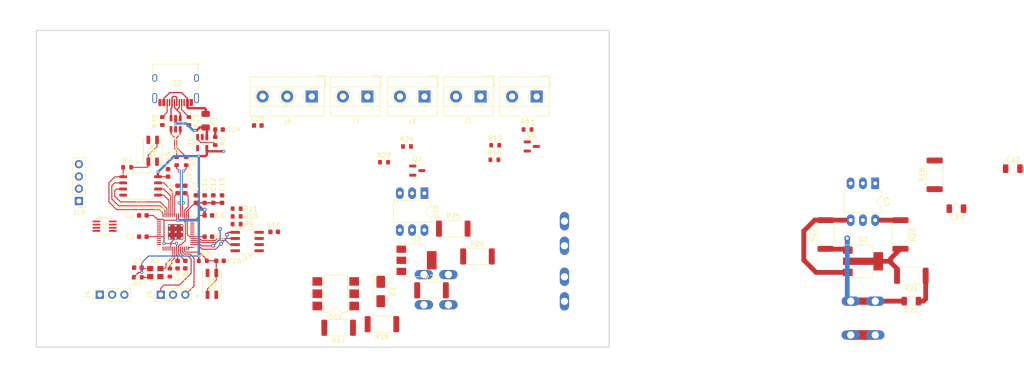
<source format=kicad_pcb>
(kicad_pcb (version 20240108) (generator "pcbnew") (generator_version "8.0")
  (layers (0 "F.Cu" signal) (31 "B.Cu" signal) (34 "B.Paste" user) (35 "F.Paste" user) (36 "B.SilkS" user "B.Silkscreen") (37 "F.SilkS" user "F.Silkscreen") (38 "B.Mask" user) (39 "F.Mask" user) (44 "Edge.Cuts" user))
  (net 0 "")
  (net 1 "GND")
  (net 2 "+3V3")
  (net 3 "+1V1")
  (net 4 "+5V")
  (net 5 "/~{RESET}")
  (net 6 "Net-(C21-Pad1)")
  (net 7 "Net-(D2-A1)")
  (net 8 "Net-(C22-Pad1)")
  (net 9 "Net-(D3-A1)")
  (net 10 "Net-(C23-Pad1)")
  (net 11 "/High Voltage/AC_N")
  (net 12 "Net-(D1-K)")
  (net 13 "/High Voltage/AC_L")
  (net 14 "Net-(D2-G)")
  (net 15 "Net-(D3-G)")
  (net 16 "VBUS")
  (net 17 "Net-(J1-Pin_1)")
  (net 18 "Net-(J2-Pin_1)")
  (net 19 "Net-(J3-Pin_2)")
  (net 20 "/UART_RX")
  (net 21 "/UART_TX")
  (net 22 "/SWCLK")
  (net 23 "/SWDIO")
  (net 24 "/Peripherals/NEG_THCPL")
  (net 25 "/Peripherals/POS_THCPL")
  (net 27 "/~{ZC_SIG}")
  (net 29 "/CC1")
  (net 30 "D_USB_P")
  (net 31 "D_USB_N")
  (net 33 "Net-(Q1-B)")
  (net 34 "Net-(Q1-C)")
  (net 35 "Net-(Q2-B)")
  (net 36 "Net-(Q2-C)")
  (net 37 "Net-(X1-EN)")
  (net 38 "/XOUT")
  (net 39 "Net-(U1-EN)")
  (net 40 "D_N")
  (net 41 "/USB_D+")
  (net 42 "D_P")
  (net 43 "/USB_D-")
  (net 44 "/QSPI_SS")
  (net 45 "/~{USB_BOOT}")
  (net 46 "/BREW_SW")
  (net 47 "/STEAM_SW")
  (net 48 "/BOIL_OUT")
  (net 49 "Net-(R16-Pad2)")
  (net 50 "Net-(R19-Pad1)")
  (net 51 "Net-(R20-Pad1)")
  (net 52 "/PUMP_OUT")
  (net 53 "Net-(R24-Pad2)")
  (net 54 "Net-(R25-Pad1)")
  (net 55 "/3WAY_OUT")
  (net 67 "/XIN")
  (net 69 "/MAX_SCK")
  (net 70 "unconnected-(U3-GPIO19-Pad30)")
  (net 71 "/MAX_MISO")
  (net 72 "/MAX_CS")
  (net 77 "/QSPI_SD3")
  (net 78 "/QSPI_SCLK")
  (net 79 "/QSPI_SD0")
  (net 80 "/QSPI_SD2")
  (net 81 "/QSPI_SD1")
  (net 86 "/CC2")
  (net 88 "/PRES_SENS")
  (net 89 "/SCREEN_SCL")
  (net 90 "/SCREEN_SDA")
  (footprint "Footprints:Quick Disconnect" (layer "F.Cu") (at 189.9675 103.335 90)
    (property "Reference" "J8" (hide yes))
    (property "Value" "AC_L" (hide yes))
  )
  (footprint "Capacitor_SMD:C_0603_1608Metric" (layer "F.Cu") (at 101.7375 110.4 180)
    (property "Reference" "C1")
    (property "Value" "1uF")
  )
  (footprint "Package_TO_SOT_SMD:SOT-223" (layer "F.Cu") (at 251.7175 109.085)
    (property "Reference" "D2")
    (property "Value" "Z0107MN")
  )
  (footprint "Connector_PinHeader_2.54mm:PinHeader_1x03_P2.54mm_Vertical" (layer "F.Cu") (at 93.8575 116 90)
    (property "Reference" "J4")
    (property "Value" "UART")
  )
  (footprint "Package_TO_SOT_SMD:SOT-23" (layer "F.Cu") (at 183.2175 85.335)
    (property "Reference" "Q1")
    (property "Value" "BC847")
  )
  (footprint "Resistor_SMD:R_2512_6332Metric" (layer "F.Cu") (at 266.5375 91.2 90)
    (property "Reference" "R18")
    (property "Value" "39")
  )
  (footprint "Package_TO_SOT_SMD:SOT-223" (layer "F.Cu") (at 159.3675 108.885)
    (property "Reference" "D3")
    (property "Value" "Z0107MN")
  )
  (footprint "Package_TO_SOT_SMD:SOT-23" (layer "F.Cu") (at 159.53 90.335)
    (property "Reference" "Q2")
    (property "Value" "BC847")
  )
  (footprint "Connector_USB:USB_C_Receptacle_HRO_TYPE-C-31-M-12" (layer "F.Cu") (at 109.5375 72.205 180)
    (property "Reference" "J12")
    (property "Value" "USB_C_Receptacle_USB2.0")
  )
  (footprint "Package_TO_SOT_SMD:SOT-23-5" (layer "F.Cu") (at 115.0375 84.5375 -90)
    (property "Reference" "U1")
    (property "Value" "AP2112K-3.3")
  )
  (footprint "Resistor_SMD:R_2512_6332Metric" (layer "F.Cu") (at 166.9675 102.335)
    (property "Reference" "R25")
    (property "Value" "360")
  )
  (footprint "Footprints:DCT8" (layer "F.Cu") (at 94.84205 101.825001)
    (property "Reference" "U5")
    (property "Value" "74LVC3G14")
  )
  (footprint "Footprints:Quick Disconnect" (layer "F.Cu") (at 189.9675 114.835 90)
    (property "Reference" "J9" (hide yes))
    (property "Value" "AC_N" (hide yes))
  )
  (footprint "Capacitor_SMD:C_0603_1608Metric" (layer "F.Cu") (at 117.3375 96.225 90)
    (property "Reference" "C12")
    (property "Value" "10uF")
  )
  (footprint "Resistor_SMD:R_0603_1608Metric" (layer "F.Cu") (at 152.6425 88.585)
    (property "Reference" "R28")
    (property "Value" "27k")
  )
  (footprint "Package_DIP:DIP-6_W7.62mm_LongPads" (layer "F.Cu") (at 254.2425 92.965 -90)
    (property "Reference" "U9")
    (property "Value" "MOC3063M")
  )
  (footprint "Package_TO_SOT_SMD:SOT-23-6" (layer "F.Cu") (at 109.5375 80.6375 90)
    (property "Reference" "U2")
    (property "Value" "USBLC6-2SC6")
  )
  (footprint "Connector_PinHeader_2.54mm:PinHeader_1x04_P2.54mm_Vertical" (layer "F.Cu") (at 89.5375 96.62 180)
    (property "Reference" "J15")
    (property "Value" "SCREEN")
  )
  (footprint "Capacitor_SMD:C_0603_1608Metric" (layer "F.Cu") (at 126.5375 81)
    (property "Reference" "C20")
    (property "Value" "1u")
  )
  (footprint "Capacitor_SMD:C_0603_1608Metric" (layer "F.Cu") (at 116.3125 104)
    (property "Reference" "C5")
    (property "Value" "100nF")
  )
  (footprint "Capacitor_SMD:C_1206_3216Metric" (layer "F.Cu") (at 282.7 89.925)
    (property "Reference" "C22")
    (property "Value" "10nf")
  )
  (footprint "Footprints:Quick Disconnect" (layer "F.Cu") (at 163.4275 118.085)
    (property "Reference" "J13" (hide yes))
    (property "Value" "3WAY_N" (hide yes))
  )
  (footprint "TerminalBlock_MetzConnect:TerminalBlock_MetzConnect_Type101_RT01602HBWC_1x02_P5.08mm_Horizontal" (layer "F.Cu") (at 172.6175 75 180)
    (property "Reference" "J1")
    (property "Value" "BREW_SW")
  )
  (footprint "Capacitor_SMD:C_0603_1608Metric" (layer "F.Cu") (at 113.7375 96.225 90)
    (property "Reference" "C7")
    (property "Value" "100nF")
  )
  (footprint "Resistor_SMD:R_0603_1608Metric" (layer "F.Cu") (at 99.5125 89.65)
    (property "Reference" "R7")
    (property "Value" "1K")
  )
  (footprint "Footprints:Quick Disconnect" (layer "F.Cu") (at 251.7175 117.335)
    (property "Reference" "J10" (hide yes))
    (property "Value" "PUMP_L" (hide yes))
  )
  (footprint "Capacitor_SMD:C_0603_1608Metric" (layer "F.Cu") (at 109.9375 94.225 90)
    (property "Reference" "C9")
    (property "Value" "100nF")
  )
  (footprint "Resistor_SMD:R_2512_6332Metric" (layer "F.Cu") (at 143.255 122.835 180)
    (property "Reference" "R17")
    (property "Value" "100k")
  )
  (footprint "Resistor_SMD:R_0603_1608Metric" (layer "F.Cu") (at 112.2875 80.075 -90)
    (property "Reference" "R29")
    (property "Value" "5k1")
  )
  (footprint "Capacitor_SMD:C_1206_3216Metric" (layer "F.Cu") (at 271.0375 98.2 180)
    (property "Reference" "C23")
    (property "Value" "10nf")
  )
  (footprint "Resistor_SMD:R_0603_1608Metric" (layer "F.Cu") (at 117.7375 84.225 -90)
    (property "Reference" "R3")
    (property "Value" "27R")
  )
  (footprint "Resistor_SMD:R_0603_1608Metric" (layer "F.Cu") (at 122.1625 101.4)
    (property "Reference" "R9")
    (property "Value" "660")
  )
  (footprint "Resistor_SMD:R_0603_1608Metric" (layer "F.Cu") (at 122.1625 98.2 180)
    (property "Reference" "R11")
    (property "Value" "660")
  )
  (footprint "Resistor_SMD:R_2512_6332Metric" (layer "F.Cu") (at 261.7175 112.085 180)
    (property "Reference" "R21")
    (property "Value" "39")
  )
  (footprint "Footprints:Quick Disconnect" (layer "F.Cu") (at 163.4275 111.835)
    (property "Reference" "J11" (hide yes))
    (property "Value" "3WAY_L" (hide yes))
  )
  (footprint "TerminalBlock_MetzConnect:TerminalBlock_MetzConnect_Type101_RT01602HBWC_1x02_P5.08mm_Horizontal" (layer "F.Cu") (at 149.2175 75 180)
    (property "Reference" "J3")
    (property "Value" "BOILER_SSR")
  )
  (footprint "Capacitor_SMD:C_0603_1608Metric" (layer "F.Cu") (at 107.9675 90.81 90)
    (property "Reference" "C15")
    (property "Value" "100nf")
  )
  (footprint "Diode_SMD:D_SMA" (layer "F.Cu") (at 151.9675 115.335 -90)
    (property "Reference" "D1")
    (property "Value" "BYG23M-E3/TR")
  )
  (footprint "Resistor_SMD:R_0603_1608Metric" (layer "F.Cu") (at 111.7375 88.375 -90)
    (property "Reference" "R5")
    (property "Value" "27R")
  )
  (footprint "Fuse:Fuse_1206_3216Metric" (layer "F.Cu") (at 115.7375 80 -90)
    (property "Reference" "F1")
    (property "Value" "500mA")
  )
  (footprint "TerminalBlock_MetzConnect:TerminalBlock_MetzConnect_Type101_RT01602HBWC_1x02_P5.08mm_Horizontal" (layer "F.Cu") (at 161.0175 75 180)
    (property "Reference" "J2")
    (property "Value" "STEAM_SW")
  )
  (footprint "Resistor_SMD:R_0603_1608Metric" (layer "F.Cu") (at 182.33 81.835)
    (property "Reference" "R23")
    (property "Value" "27k")
  )
  (footprint "Package_SO:SOIC-8_5.23x5.23mm_P1.27mm" (layer "F.Cu") (at 102.2875 93.5)
    (property "Reference" "U4")
    (property "Value" "W25Q128JVS")
  )
  (footprint "Resistor_SMD:R_0603_1608Metric" (layer "F.Cu") (at 101.7125 112.4)
    (property "Reference" "R1")
    (property "Value" "10K")
  )
  (footprint "Capacitor_SMD:C_1206_3216Metric" (layer "F.Cu") (at 261.7175 117.335 180)
    (property "Reference" "C21")
    (property "Value" "10nf")
  )
  (footprint "Package_SO:SOIC-8_3.9x4.9mm_P1.27mm" (layer "F.Cu") (at 124.3375 105 180)
    (property "Reference" "U7")
    (property "Value" "MAX31855")
  )
  (footprint "Resistor_SMD:R_0603_1608Metric" (layer "F.Cu") (at 109.7375 88.375 -90)
    (property "Reference" "R4")
    (property "Value" "27R")
  )
  (footprint "TerminalBlock_MetzConnect:TerminalBlock_MetzConnect_Type101_RT01603HBWC_1x03_P5.08mm_Horizontal" (layer "F.Cu") (at 137.6975 75 180)
    (property "Reference" "J6")
    (property "Value" "PRES_SENS")
  )
  (footprint "Capacitor_SMD:C_0603_1608Metric" (layer "F.Cu") (at 102.7625 104 180)
    (property "Reference" "C3")
    (property "Value" "100nF")
  )
  (footprint "Resistor_SMD:R_2512_6332Metric" (layer "F.Cu") (at 152.2175 122.085 180)
    (property "Reference" "R16")
    (property "Value" "100k")
  )
  (footprint "Buttons:SWITCH_EVQP2_PAN" (layer "F.Cu") (at 117.037499 113.7606 90)
    (property "Reference" "SW2")
    (property "Value" "RESET")
  )
  (footprint "Capacitor_SMD:C_0603_1608Metric" (layer "F.Cu") (at 102.7625 99.6 180)
    (property "Reference" "C2")
    (property "Value" "100nF")
  )
  (footprint "Resistor_SMD:R_2512_6332Metric" (layer "F.Cu") (at 259.4675 103.5475 -90)
    (property "Reference" "R20")
    (property "Value" "360")
  )
  (footprint "Resistor_SMD:R_0603_1608Metric" (layer "F.Cu") (at 115.1625 109)
    (property "Reference" "R8")
    (property "Value" "10K")
  )
  (footprint "Capacitor_SMD:C_0603_1608Metric" (layer "F.Cu") (at 109.9375 109.775 -90)
    (property "Reference" "C4")
    (property "Value" "100nF")
  )
  (footprint "Footprints:Quick Disconnect" (layer "F.Cu") (at 251.7175 124.335)
    (property "Reference" "J14" (hide yes))
    (property "Value" "PUMP_N" (hide yes))
  )
  (footprint "Resistor_SMD:R_2512_6332Metric" (layer "F.Cu") (at 243.9675 103.5475 90)
    (property "Reference" "R22")
    (property "Value" "360")
  )
  (footprint "Package_DIP:SMDIP-6_W7.62mm" (layer "F.Cu") (at 142.6575 115.795 180)
    (property "Reference" "OC1")
    (property "Value" "4N35")
  )
  (footprint "Oscillator:Oscillator_SMD_Abracon_ASE-4Pin_3.2x2.5mm" (layer "F.Cu") (at 105.3375 111.425)
    (property "Reference" "X1")
    (property "Value" "ASE-12.0MHz")
  )
  (footprint "Capacitor_SMD:C_0603_1608Metric" (layer "F.Cu") (at 111.5375 109.775 -90)
    (property "Reference" "C8")
    (property "Value" "100nF")
  )
  (footprint "Capacitor_SMD:C_0603_1608Metric" (layer "F.Cu") (at 118.5125 81.835 180)
    (property "Reference" "C14")
    (property "Value" "1uF")
  )
  (footprint "Package_DIP:DIP-6_W7.62mm_LongPads" (layer "F.Cu") (at 160.9925 95.01 -90)
    (property "Reference" "U10")
    (property "Value" "MOC3063M")
  )
  (footprint "Connector_PinHeader_2.54mm:PinHeader_1x03_P2.54mm_Vertical" (layer "F.Cu") (at 106.4575 116 90)
    (property "Reference" "J5")
    (property "Value" "DEBUG")
  )
  (footprint "Capacitor_SMD:C_0603_1608Metric" (layer "F.Cu") (at 119.1375 96.225 90)
    (property "Reference" "C13")
    (property "Value" "100nF")
  )
  (footprint "Resistor_SMD:R_0603_1608Metric" (layer "F.Cu") (at 106.7875 80.075 -90)
    (property "Reference" "R30")
    (property "Value" "5k1")
  )
  (footprint "Buttons:SWITCH_EVQP2_PAN" (layer "F.Cu") (at 104.7875 86.2288 90)
    (property "Reference" "SW1")
    (property "Value" "BOOT")
  )
  (footprint "Resistor_SMD:R_2512_6332Metric" (layer "F.Cu") (at 162.4675 115.085)
    (property "Reference" "R27")
    (property "Value" "360")
  )
  (footprint "Capacitor_SMD:C_0603_1608Metric" (layer "F.Cu") (at 115.5375 96.225 90)
    (property "Reference" "C11")
    (property "Value" "1uF")
  )
  (footprint "Resistor_SMD:R_0603_1608Metric" (layer "F.Cu") (at 175.4675 88.085)
    (property "Reference" "R15")
    (property "Value" "4.7k")
  )
  (footprint "TerminalBlock_MetzConnect:TerminalBlock_MetzConnect_Type101_RT01602HBWC_1x02_P5.08mm_Horizontal" (layer "F.Cu") (at 184.2175 75 180)
    (property "Reference" "J7")
    (property "Value" "THCPL")
  )
  (footprint "Resistor_SMD:R_0603_1608Metric" (layer "F.Cu") (at 108.3375 111.425 -90)
    (property "Reference" "R2")
    (property "Value" "1k")
  )
  (footprint "Resistor_SMD:R_0603_1608Metric" (layer "F.Cu") (at 157.3925 85.335)
    (property "Reference" "R24")
    (property "Value" "360")
  )
  (footprint "Resistor_SMD:R_0603_1608Metric" (layer "F.Cu") (at 122.1625 99.8 180)
    (property "Reference" "R10")
    (property "Value" "660")
  )
  (footprint "Capacitor_SMD:C_0603_1608Metric" (layer "F.Cu") (at 111.5375 94.225 90)
    (property "Reference" "C10")
    (property "Value" "1uF")
  )
  (footprint "Resistor_SMD:R_2512_6332Metric" (layer "F.Cu") (at 171.9675 108.085)
    (property "Reference" "R26")
    (property "Value" "39")
  )
  (footprint "Footprints:RP2040-QFN-56" (layer "F.Cu") (at 109.5375 103)
    (property "Reference" "U3")
    (property "Value" "RP2040")
  )
  (footprint "Capacitor_SMD:C_0603_1608Metric" (layer "F.Cu") (at 118.7125 109 180)
    (property "Reference" "C16")
    (property "Value" "1uf")
  )
  (footprint "Capacitor_SMD:C_0603_1608Metric" (layer "F.Cu") (at 116.3125 99.6)
    (property "Reference" "C6")
    (property "Value" "100nF")
  )
  (footprint "Resistor_SMD:R_0603_1608Metric" (layer "F.Cu") (at 175.6425 85.085)
    (property "Reference" "R19")
    (property "Value" "360")
  )
  (footprint "Capacitor_SMD:C_0603_1608Metric" (layer "F.Cu") (at 129.9125 103)
    (property "Reference" "C19")
    (property "Value" "0.1u")
  )
  (gr_rect (start 80.7175 61.335) (end 199.2175 126.835) (stroke (width 0.2)) (fill none) (layer "Edge.Cuts"))
  (segment (start 109.5375 104.25182) (end 109.5375 103) (width 0.2) (layer "F.Cu") (net 1))
  (segment (start 108.5375 105.25182) (end 109.5375 104.25182) (width 0.2) (layer "F.Cu") (net 1))
  (segment (start 108.5375 106.4375) (end 108.5375 105.25182) (width 0.2) (layer "F.Cu") (net 1))
  (segment (start 115.5375 98.4) (end 115.1375 98.4) (width 0.5) (layer "F.Cu") (net 2))
  (segment (start 112.1375 98.4) (end 113.5375 97) (width 0.2) (layer "F.Cu") (net 2))
  (segment (start 105.8875 90.6) (end 105.8875 91.595) (width 0.5) (layer "F.Cu") (net 2))
  (segment (start 102.5375 110.4) (end 102.5375 111.4) (width 0.5) (layer "F.Cu") (net 2))
  (segment (start 109.7375 107.765685) (end 109.9375 107.965685) (width 0.2) (layer "F.Cu") (net 2))
  (segment (start 101.8875 111.4) (end 100.8875 112.4) (width 0.25) (layer "F.Cu") (net 2))
  (segment (start 115.5375 99.6) (end 115.5375 98.4) (width 0.5) (layer "F.Cu") (net 2))
  (segment (start 115.9875 86.335) (end 115.9875 85.775) (width 0.5) (layer "F.Cu") (net 2))
  (segment (start 106.9375 100.4) (end 106.1 100.4) (width 0.2) (layer "F.Cu") (net 2))
  (segment (start 109.7375 100.4) (end 109.9375 100.6) (width 0.2) (layer "F.Cu") (net 2))
  (segment (start 119.4675 86.335) (end 115.9875 86.335) (width 0.5) (layer "F.Cu") (net 2))
  (segment (start 115.5375 99.6) (end 114.5375 99.6) (width 0.2) (layer "F.Cu") (net 2))
  (segment (start 102.5375 111.4) (end 101.8875 111.4) (width 0.25) (layer "F.Cu") (net 2))
  (segment (start 112.1375 100.6) (end 111.9375 100.8) (width 0.2) (layer "F.Cu") (net 2))
  (segment (start 115.9875 87.065) (end 115.9875 85.775) (width 0.5) (layer "F.Cu") (net 2))
  (segment (start 105.7375 100.4) (end 104.9375 99.6) (width 0.2) (layer "F.Cu") (net 2))
  (segment (start 111.7375 100.4) (end 111.9375 100.6) (width 0.2) (layer "F.Cu") (net 2))
  (segment (start 109.9375 100.6) (end 107.1375 100.6) (width 0.2) (layer "F.Cu") (net 2))
  (segment (start 115.1375 98.4) (end 113.7375 97) (width 0.5) (layer "F.Cu") (net 2))
  (segment (start 111.7375 99.5625) (end 111.7375 100.4) (width 0.2) (layer "F.Cu") (net 2))
  (segment (start 107.1375 104) (end 106.1 104) (width 0.2) (layer "F.Cu") (net 2))
  (segment (start 112.3375 100.4) (end 112.975 100.4) (width 0.2) (layer "F.Cu") (net 2))
  (segment (start 112.44114 104) (end 112.975 104) (width 0.2) (layer "F.Cu") (net 2))
  (segment (start 112.1375 100.6) (end 112.3375 100.4) (width 0.2) (layer "F.Cu") (net 2))
  (segment (start 110.1375 100.4) (end 109.9375 100.6) (width 0.2) (layer "F.Cu") (net 2))
  (segment (start 107.1375 105.4) (end 107.1375 100.6) (width 0.2) (layer "F.Cu") (net 2))
  (segment (start 106.1 100.4) (end 105.7375 100.4) (width 0.2) (layer "F.Cu") (net 2))
  (segment (start 113.7375 97) (end 115.5375 97) (width 0.25) (layer "F.Cu") (net 2))
  (segment (start 109.7375 99.5625) (end 109.7375 100.4) (width 0.2) (layer "F.Cu") (net 2))
  (segment (start 109.9375 107.965685) (end 109.9375 109) (width 0.2) (layer "F.Cu") (net 2))
  (segment (start 112.975 104) (end 115.5375 104) (width 0.2) (layer "F.Cu") (net 2))
  (segment (start 111.9375 100.6) (end 112.1375 100.6) (width 0.2) (layer "F.Cu") (net 2))
  (segment (start 112.1375 99.5625) (end 112.1375 100.6) (width 0.2) (layer "F.Cu") (net 2))
  (segment (start 114.3375 87.335) (end 115.7175 87.335) (width 0.5) (layer "F.Cu") (net 2))
  (segment (start 119.1375 97) (end 117.3375 97) (width 0.25) (layer "F.Cu") (net 2))
  (segment (start 102.7375 110.6) (end 102.5375 110.4) (width 0.2) (layer "F.Cu") (net 2))
  (segment (start 115.7175 87.335) (end 115.9875 87.065) (width 0.5) (layer "F.Cu") (net 2))
  (segment (start 113.7375 100.4) (end 112.975 100.4) (width 0.2) (layer "F.Cu") (net 2))
  (segment (start 104.2875 110.6) (end 102.7375 110.6) (width 0.2) (layer "F.Cu") (net 2))
  (segment (start 112.1375 99.5625) (end 112.1375 98.4) (width 0.2) (layer "F.Cu") (net 2))
  (segment (start 107.9575 91.595) (end 107.9675 91.585) (width 0.2) (layer "F.Cu") (net 2))
  (segment (start 104.9375 99.6) (end 103.5375 99.6) (width 0.2) (layer "F.Cu") (net 2))
  (segment (start 106.1 104) (end 103.5375 104) (width 0.2) (layer "F.Cu") (net 2))
  (segment (start 113.5375 97) (end 113.7375 97) (width 0.2) (layer "F.Cu") (net 2))
  (segment (start 115.5375 97) (end 117.3375 97) (width 0.25) (layer "F.Cu") (net 2))
  (segment (start 107.1375 105.4) (end 107.1375 104) (width 0.2) (layer "F.Cu") (net 2))
  (segment (start 111.9375 100.8) (end 111.9375 103.49636) (width 0.2) (layer "F.Cu") (net 2))
  (segment (start 107.1375 100.6) (end 106.9375 100.4) (width 0.2) (layer "F.Cu") (net 2))
  (segment (start 114.5375 99.6) (end 113.7375 100.4) (width 0.2) (layer "F.Cu") (net 2))
  (segment (start 109.7375 106.4375) (end 109.7375 107.765685) (width 0.2) (layer "F.Cu") (net 2))
  (segment (start 111.7375 98.8) (end 112.1375 98.4) (width 0.2) (layer "F.Cu") (net 2))
  (segment (start 105.8875 91.595) (end 107.9575 91.595) (width 0.2) (layer "F.Cu") (net 2))
  (segment (start 109.7375 106.4375) (end 109.7375 105.4) (width 0.2) (layer "F.Cu") (net 2))
  (segment (start 111.7375 99.5625) (end 111.7375 98.8) (width 0.2) (layer "F.Cu") (net 2))
  (segment (start 114.3375 108) (end 114.3375 109) (width 0.25) (layer "F.Cu") (net 2))
  (segment (start 110.1375 99.5625) (end 110.1375 100.4) (width 0.2) (layer "F.Cu") (net 2))
  (segment (start 111.9375 103.49636) (end 112.44114 104) (width 0.2) (layer "F.Cu") (net 2))
  (via (at 119.4675 86.335) (size 0.65) (drill 0.3) (layers "F.Cu" "B.Cu") (net 2))
  (via (at 107.1375 105.4) (size 0.65) (drill 0.3) (layers "F.Cu" "B.Cu") (net 2))
  (via (at 114.3375 108) (size 0.65) (drill 0.3) (layers "F.Cu" "B.Cu") (net 2))
  (via (at 105.8875 90.6) (size 0.65) (drill 0.3) (layers "F.Cu" "B.Cu") (net 2))
  (via (at 114.3375 87.335) (size 0.65) (drill 0.3) (layers "F.Cu" "B.Cu") (net 2))
  (via (at 102.5375 111.4) (size 0.65) (drill 0.3) (layers "F.Cu" "B.Cu") (net 2))
  (via (at 109.9375 100.6) (size 0.65) (drill 0.3) (layers "F.Cu" "B.Cu") (net 2))
  (via (at 109.7375 105.4) (size 0.65) (drill 0.3) (layers "F.Cu" "B.Cu") (net 2))
  (via (at 115.5375 98.4) (size 0.8) (drill 0.4) (layers "F.Cu" "B.Cu") (net 2))
  (segment (start 114.3375 100.6) (end 114.3375 108) (width 0.5) (layer "B.Cu") (net 2))
  (segment (start 109.7375 105.4) (end 107.1375 105.4) (width 0.2) (layer "B.Cu") (net 2))
  (segment (start 102.5375 111.4) (end 102.5375 109.4) (width 0.25) (layer "B.Cu") (net 2))
  (segment (start 109.2175 87.335) (end 114.3375 87.335) (width 0.5) (layer "B.Cu") (net 2))
  (segment (start 105.8875 90.6) (end 105.9525 90.6) (width 0.5) (layer "B.Cu") (net 2))
  (segment (start 103.9375 108) (end 114.3375 108) (width 0.25) (layer "B.Cu") (net 2))
  (segment (start 105.9525 90.6) (end 109.2175 87.335) (width 0.5) (layer "B.Cu") (net 2))
  (segment (start 114.3375 87.335) (end 114.3375 98.4) (width 0.5) (layer "B.Cu") (net 2))
  (segment (start 109.9375 100.6) (end 114.3375 100.6) (width 0.5) (layer "B.Cu") (net 2))
  (segment (start 114.3375 98.4) (end 114.3375 100.6) (width 0.5) (layer "B.Cu") (net 2))
  (segment (start 102.5375 109.4) (end 103.9375 108) (width 0.25) (layer "B.Cu") (net 2))
  (segment (start 114.3375 98.4) (end 115.5375 98.4) (width 0.5) (layer "B.Cu") (net 2))
  (segment (start 110.1375 107.6) (end 111.5375 109) (width 0.2) (layer "F.Cu") (net 3))
  (segment (start 109.9375 95) (end 109.3375 95.6) (width 0.2) (layer "F.Cu") (net 3))
  (segment (start 112.1375 95.6) (end 112.1375 97.768628) (width 0.2) (layer "F.Cu") (net 3))
  (segment (start 110.1375 106.4375) (end 110.1375 107.6) (width 0.2) (layer "F.Cu") (net 3))
  (segment (start 111.3375 100.8) (end 111.5375 101) (width 0.2) (layer "F.Cu") (net 3))
  (segment (start 112.1375 97.768628) (end 111.3375 98.568628) (width 0.2) (layer "F.Cu") (net 3))
  (segment (start 111.5375 95) (end 112.1375 95.6) (width 0.2) (layer "F.Cu") (net 3))
  (segment (start 111.5375 104.8) (end 110.6375 105.7) (width 0.2) (layer "F.Cu") (net 3))
  (segment (start 111.3375 99.5625) (end 111.3375 100.8) (width 0.2) (layer "F.Cu") (net 3))
  (segment (start 110.6375 105.7) (end 110.34114 105.7) (width 0.2) (layer "F.Cu") (net 3))
  (segment (start 111.3375 98.568628) (end 111.3375 99.5625) (width 0.2) (layer "F.Cu") (net 3))
  (segment (start 110.1375 105.90364) (end 110.1375 106.4375) (width 0.2) (layer "F.Cu") (net 3))
  (segment (start 111.5375 101) (end 111.5375 104.8) (width 0.2) (layer "F.Cu") (net 3))
  (segment (start 110.34114 105.7) (end 110.1375 105.90364) (width 0.2) (layer "F.Cu") (net 3))
  (segment (start 109.3375 95.6) (end 109.3375 99.5625) (width 0.2) (layer "F.Cu") (net 3))
  (segment (start 117.7375 83.25) (end 117.7375 81.835) (width 0.5) (layer "F.Cu") (net 4))
  (segment (start 113.5375 82) (end 113.9375 82) (width 0.5) (layer "F.Cu") (net 4))
  (segment (start 114.5375 81.4) (end 115.7875 81.4) (width 0.5) (layer "F.Cu") (net 4))
  (segment (start 115.7375 81.4) (end 115.9875 81.65) (width 0.5) (layer "F.Cu") (net 4))
  (segment (start 115.9875 81.65) (end 115.9875 83.4) (width 0.5) (layer "F.Cu") (net 4))
  (segment (start 109.5375 79.5) (end 109.5375 80.5875) (width 0.5) (layer "F.Cu") (net 4))
  (segment (start 113.9375 82) (end 114.5375 81.4) (width 0.5) (layer "F.Cu") (net 4))
  (via (at 113.5375 82) (size 0.65) (drill 0.3) (layers "F.Cu" "B.Cu") (net 4))
  (via (at 109.5375 80.5875) (size 0.65) (drill 0.3) (layers "F.Cu" "B.Cu") (net 4))
  (segment (start 111.725 80.5875) (end 109.5375 80.5875) (width 0.5) (layer "B.Cu") (net 4))
  (segment (start 113.1375 82) (end 111.725 80.5875) (width 0.5) (layer "B.Cu") (net 4))
  (segment (start 113.5375 82) (end 113.1375 82) (width 0.5) (layer "B.Cu") (net 4))
  (segment (start 111.56614 107.2) (end 111.3375 106.97136) (width 0.2) (layer "F.Cu") (net 5))
  (segment (start 117.9375 113) (end 117.9375 111.5) (width 0.2) (layer "F.Cu") (net 5))
  (segment (start 115.9875 109) (end 115.9875 108.766116) (width 0.2) (layer "F.Cu") (net 5))
  (segment (start 116.137498 114.800002) (end 117.9375 113) (width 0.2) (layer "F.Cu") (net 5))
  (segment (start 111.3375 106.97136) (end 111.3375 106.4375) (width 0.2) (layer "F.Cu") (net 5))
  (segment (start 114.421384 107.2) (end 111.56614 107.2) (width 0.2) (layer "F.Cu") (net 5))
  (segment (start 117.9375 109) (end 117.9375 111.5) (width 0.2) (layer "F.Cu") (net 5))
  (segment (start 115.9875 109) (end 117.9375 109) (width 0.2) (layer "F.Cu") (net 5))
  (segment (start 116.137498 116.0212) (end 116.137498 114.800002) (width 0.2) (layer "F.Cu") (net 5))
  (segment (start 115.9875 108.766116) (end 114.421384 107.2) (width 0.2) (layer "F.Cu") (net 5))
  (segment (start 264.68 112.085) (end 264.68 116.8725) (width 1) (layer "F.Cu") (net 6))
  (segment (start 264.68 116.8725) (end 264.2175 117.335) (width 1) (layer "F.Cu") (net 6))
  (segment (start 264.2175 117.335) (end 263.1925 117.335) (width 1) (layer "F.Cu") (net 6))
  (segment (start 249.1775 117.335) (end 249.2175 117.335) (width 1.5) (layer "F.Cu") (net 7))
  (segment (start 244.0425 106.585) (end 248.3675 106.585) (width 1) (layer "F.Cu") (net 7))
  (segment (start 248.4675 104.335) (end 248.4675 106.685) (width 1) (layer "F.Cu") (net 7))
  (segment (start 249.2175 117.335) (end 254.2575 117.335) (width 1.5) (layer "F.Cu") (net 7))
  (segment (start 254.2575 117.335) (end 260.2425 117.335) (width 1) (layer "F.Cu") (net 7))
  (via (at 248.4675 104.335) (size 1.2) (drill 0.6) (layers "F.Cu" "B.Cu") (net 7))
  (segment (start 248.4675 116.625) (end 249.1775 117.335) (width 1) (layer "B.Cu") (net 7))
  (segment (start 248.4675 104.335) (end 248.4675 116.625) (width 1) (layer "B.Cu") (net 7))
  (segment (start 249.1775 124.335) (end 254.2575 124.335) (width 2) (layer "F.Cu") (net 11))
  (segment (start 257.4675 109.335) (end 258.755 110.6225) (width 1) (layer "F.Cu") (net 13))
  (segment (start 257.4675 108.51) (end 257.4675 109.335) (width 1) (layer "F.Cu") (net 13))
  (segment (start 248.5675 109.085) (end 254.8675 109.085) (width 1.5) (layer "F.Cu") (net 13))
  (segment (start 254.8675 109.085) (end 257.4675 109.085) (width 1) (layer "F.Cu") (net 13))
  (segment (start 259.4675 106.51) (end 257.4675 108.51) (width 1) (layer "F.Cu") (net 13))
  (segment (start 258.755 110.6225) (end 258.755 112.085) (width 1) (layer "F.Cu") (net 13))
  (segment (start 239.4675 102.835) (end 239.4675 108.835) (width 1) (layer "F.Cu") (net 14))
  (segment (start 243.9675 100.585) (end 241.7175 100.585) (width 1) (layer "F.Cu") (net 14))
  (segment (start 241.7175 100.585) (end 239.4675 102.835) (width 1) (layer "F.Cu") (net 14))
  (segment (start 239.4675 108.835) (end 242.0175 111.385) (width 1) (layer "F.Cu") (net 14))
  (segment (start 242.0175 111.385) (end 248.5675 111.385) (width 1) (layer "F.Cu") (net 14))
  (segment (start 249.1625 100.585) (end 243.9675 100.585) (width 1) (layer "F.Cu") (net 14))
  (segment (start 111.9875 76.25) (end 111.9875 75.425) (width 0.25) (layer "F.Cu") (net 16))
  (segment (start 111.9875 77.25) (end 111.9875 76.25) (width 0.5) (layer "F.Cu") (net 16))
  (segment (start 112.1625 77.425) (end 111.9875 77.25) (width 0.5) (layer "F.Cu") (net 16))
  (segment (start 111.9875 75.425) (end 110.7625 74.2) (width 0.25) (layer "F.Cu") (net 16))
  (segment (start 108.3125 74.2) (end 107.0875 75.425) (width 0.25) (layer "F.Cu") (net 16))
  (segment (start 110.7625 74.2) (end 108.3125 74.2) (width 0.25) (layer "F.Cu") (net 16))
  (segment (start 115.7875 77.7) (end 115.5125 77.425) (width 0.5) (layer "F.Cu") (net 16))
  (segment (start 107.0875 75.425) (end 107.0875 76.25) (width 0.25) (layer "F.Cu") (net 16))
  (segment (start 115.7875 78.6) (end 115.7875 77.7) (width 0.5) (layer "F.Cu") (net 16))
  (segment (start 115.5125 77.425) (end 112.1625 77.425) (width 0.5) (layer "F.Cu") (net 16))
  (segment (start 110.3375 114) (end 107.1375 114) (width 0.2) (layer "F.Cu") (net 22))
  (segment (start 112.7375 111.6) (end 110.3375 114) (width 0.2) (layer "F.Cu") (net 22))
  (segment (start 112.1375 108) (end 112.7375 108.6) (width 0.2) (layer "F.Cu") (net 22))
  (segment (start 110.5375 107.4) (end 111.1375 108) (width 0.2) (layer "F.Cu") (net 22))
  (segment (start 111.1375 108) (end 112.1375 108) (width 0.2) (layer "F.Cu") (net 22))
  (segment (start 110.5375 106.4375) (end 110.5375 107.4) (width 0.2) (layer "F.Cu") (net 22))
  (segment (start 107.1375 114) (end 106.4575 114.68) (width 0.2) (layer "F.Cu") (net 22))
  (segment (start 106.4575 114.68) (end 106.4575 116) (width 0.2) (layer "F.Cu") (net 22))
  (segment (start 112.7375 108.6) (end 112.7375 111.6) (width 0.2) (layer "F.Cu") (net 22))
  (segment (start 111.400453 107.6) (end 112.5375 107.6) (width 0.2) (layer "F.Cu") (net 23))
  (segment (start 113.3375 114.2) (end 111.5375 116) (width 0.2) (layer "F.Cu") (net 23))
  (segment (start 113.3375 108.4) (end 113.3375 114.2) (width 0.2) (layer "F.Cu") (net 23))
  (segment (start 110.9375 106.4375) (end 110.9375 107.137047) (width 0.2) (layer "F.Cu") (net 23))
  (segment (start 110.9375 107.137047) (end 111.400453 107.6) (width 0.2) (layer "F.Cu") (net 23))
  (segment (start 112.5375 107.6) (end 113.3375 108.4) (width 0.2) (layer "F.Cu") (net 23))
  (segment (start 112.1375 106.4375) (end 112.375 106.2) (width 0.2) (layer "F.Cu") (net 27))
  (segment (start 112.375 106.2) (end 113.3375 106.2) (width 0.2) (layer "F.Cu") (net 27))
  (segment (start 110.7875 76.25) (end 110.7875 77.75) (width 0.2) (layer "F.Cu") (net 29))
  (segment (start 110.7875 77.75) (end 112.2875 79.25) (width 0.2) (layer "F.Cu") (net 29))
  (segment (start 109.7875 75.225) (end 109.7875 76.25) (width 0.25) (layer "F.Cu") (net 30))
  (segment (start 108.7875 77.275) (end 108.5875 77.475) (width 0.25) (layer "F.Cu") (net 30))
  (segment (start 108.7875 75.225) (end 109.0125 75) (width 0.25) (layer "F.Cu") (net 30))
  (segment (start 108.7875 76.25) (end 108.7875 77.275) (width 0.25) (layer "F.Cu") (net 30))
  (segment (start 108.5875 77.475) (end 108.5875 79.5) (width 0.25) (layer "F.Cu") (net 30))
  (segment (start 109.0125 75) (end 109.5625 75) (width 0.25) (layer "F.Cu") (net 30))
  (segment (start 108.7875 76.25) (end 108.7875 75.225) (width 0.25) (layer "F.Cu") (net 30))
  (segment (start 109.5625 75) (end 109.7875 75.225) (width 0.25) (layer "F.Cu") (net 30))
  (segment (start 109.2875 76.25) (end 109.2875 77.275) (width 0.25) (layer "F.Cu") (net 31))
  (segment (start 109.2875 77.275) (end 109.775 77.7625) (width 0.25) (layer "F.Cu") (net 31))
  (segment (start 110.2875 77.25) (end 110.2875 76.25) (width 0.25) (layer "F.Cu") (net 31))
  (segment (start 110.4875 78.475) (end 110.4875 79.5) (width 0.25) (layer "F.Cu") (net 31))
  (segment (start 109.775 77.7625) (end 110.4875 78.475) (width 0.25) (layer "F.Cu") (net 31))
  (segment (start 109.775 77.7625) (end 110.2875 77.25) (width 0.25) (layer "F.Cu") (net 31))
  (segment (start 104.1375 112.4) (end 104.2875 112.25) (width 0.25) (layer "F.Cu") (net 37))
  (segment (start 102.5375 112.4) (end 104.1375 112.4) (width 0.25) (layer "F.Cu") (net 37))
  (segment (start 108.7375 108.976304) (end 108.7375 109.6) (width 0.2) (layer "F.Cu") (net 38))
  (segment (start 108.3375 110) (end 108.3375 110.6) (width 0.2) (layer "F.Cu") (net 38))
  (segment (start 109.3375 108.376304) (end 108.7375 108.976304) (width 0.2) (layer "F.Cu") (net 38))
  (segment (start 108.7375 109.6) (end 108.3375 110) (width 0.2) (layer "F.Cu") (net 38))
  (segment (start 109.3375 106.4375) (end 109.3375 108.376304) (width 0.2) (layer "F.Cu") (net 38))
  (segment (start 117.7875 84.9) (end 117.3875 84.5) (width 0.2) (layer "F.Cu") (net 39))
  (segment (start 114.738604 84.5) (end 114.0875 83.848896) (width 0.2) (layer "F.Cu") (net 39))
  (segment (start 117.3875 84.5) (end 114.738604 84.5) (width 0.2) (layer "F.Cu") (net 39))
  (segment (start 110.4875 81.775) (end 110.4875 82.768751) (width 0.2) (layer "F.Cu") (net 40))
  (segment (start 109.7625 83.493751) (end 109.7625 85.575) (width 0.2) (layer "F.Cu") (net 40))
  (segment (start 110.4875 82.768751) (end 109.7625 83.493751) (width 0.2) (layer "F.Cu") (net 40))
  (segment (start 109.7625 85.575) (end 111.7375 87.55) (width 0.2) (layer "F.Cu") (net 40))
  (segment (start 109.7375 89.85) (end 110.2875 90.4) (width 0.2) (layer "F.Cu") (net 41))
  (segment (start 109.7375 89.2) (end 109.7375 89.85) (width 0.2) (layer "F.Cu") (net 41))
  (segment (start 110.5375 97.25) (end 110.2875 97) (width 0.2) (layer "F.Cu") (net 41))
  (segment (start 110.5375 99.5625) (end 110.5375 97.25) (width 0.2) (layer "F.Cu") (net 41))
  (via (at 110.2875 97) (size 0.65) (drill 0.3) (layers "F.Cu" "B.Cu") (net 41))
  (via (at 110.2875 90.4) (size 0.65) (drill 0.3) (layers "F.Cu" "B.Cu") (net 41))
  (segment (start 110.512499 96.775001) (end 110.2875 97) (width 0.2) (layer "B.Cu") (net 41))
  (segment (start 110.2875 90.4) (end 110.512499 90.624999) (width 0.2) (layer "B.Cu") (net 41))
  (segment (start 110.512499 90.624999) (end 110.512499 96.775001) (width 0.2) (layer "B.Cu") (net 41))
  (segment (start 108.5875 81.775) (end 108.5875 82.768751) (width 0.2) (layer "F.Cu") (net 42))
  (segment (start 108.5875 82.768751) (end 109.3125 83.493751) (width 0.2) (layer "F.Cu") (net 42))
  (segment (start 109.3125 83.493751) (end 109.3125 85.761397) (width 0.2) (layer "F.Cu") (net 42))
  (segment (start 109.3125 85.761397) (end 109.7375 86.186397) (width 0.2) (layer "F.Cu") (net 42))
  (segment (start 109.7375 86.186397) (end 109.7375 87.55) (width 0.2) (layer "F.Cu") (net 42))
  (segment (start 110.9375 97.25) (end 111.1875 97) (width 0.2) (layer "F.Cu") (net 43))
  (segment (start 111.7375 89.2) (end 111.7375 89.85) (width 0.2) (layer "F.Cu") (net 43))
  (segment (start 111.7375 89.85) (end 111.1875 90.4) (width 0.2) (layer "F.Cu") (net 43))
  (segment (start 110.9375 99.5625) (end 110.9375 97.25) (width 0.2) (layer "F.Cu") (net 43))
  (via (at 111.1875 97) (size 0.65) (drill 0.3) (layers "F.Cu" "B.Cu") (net 43))
  (via (at 111.1875 90.4) (size 0.65) (drill 0.3) (layers "F.Cu" "B.Cu") (net 43))
  (segment (start 110.962501 96.775001) (end 111.1875 97) (width 0.2) (layer "B.Cu") (net 43))
  (segment (start 111.1875 90.4) (end 110.962501 90.624999) (width 0.2) (layer "B.Cu") (net 43))
  (segment (start 110.962501 90.624999) (end 110.962501 96.775001) (width 0.2) (layer "B.Cu") (net 43))
  (segment (start 97.3375 98.4) (end 106.171814 98.4) (width 0.2) (layer "F.Cu") (net 44))
  (segment (start 106.171814 98.4) (end 106.9375 99.165686) (width 0.2) (layer "F.Cu") (net 44))
  (segment (start 106.9375 99.165686) (end 106.9375 99.5625) (width 0.2) (layer "F.Cu") (net 44))
  (segment (start 96.9925 91.595) (end 95.7375 92.85) (width 0.2) (layer "F.Cu") (net 44))
  (segment (start 95.7375 96.8) (end 97.3375 98.4) (width 0.2) (layer "F.Cu") (net 44))
  (segment (start 98.6875 91.595) (end 96.9925 91.595) (width 0.2) (layer "F.Cu") (net 44))
  (segment (start 95.7375 92.85) (end 95.7375 96.8) (width 0.2) (layer "F.Cu") (net 44))
  (segment (start 98.6875 91.595) (end 98.6875 89.65) (width 0.2) (layer "F.Cu") (net 44))
  (segment (start 105.687501 85.349999) (end 105.687501 83.9682) (width 0.2) (layer "F.Cu") (net 45))
  (segment (start 100.3375 89.65) (end 103.6375 89.65) (width 0.2) (layer "F.Cu") (net 45))
  (segment (start 103.887499 88.4894) (end 103.887499 87.150001) (width 0.2) (layer "F.Cu") (net 45))
  (segment (start 103.6375 89.65) (end 103.887499 89.400001) (width 0.2) (layer "F.Cu") (net 45))
  (segment (start 103.887499 87.150001) (end 105.687501 85.349999) (width 0.2) (layer "F.Cu") (net 45))
  (segment (start 103.887499 89.400001) (end 103.887499 88.4894) (width 0.2) (layer "F.Cu") (net 45))
  (segment (start 254.2425 100.585) (end 259.4675 100.585) (width 1) (layer "F.Cu") (net 51))
  (segment (start 108.9375 108.210618) (end 107.5625 109.585618) (width 0.2) (layer "F.Cu") (net 67))
  (segment (start 107.5625 110.275) (end 107.2375 110.6) (width 0.2) (layer "F.Cu") (net 67))
  (segment (start 108.9375 106.4375) (end 108.9375 108.210618) (width 0.2) (layer "F.Cu") (net 67))
  (segment (start 107.5625 109.585618) (end 107.5625 110.275) (width 0.2) (layer "F.Cu") (net 67))
  (segment (start 107.2375 110.6) (end 106.3875 110.6) (width 0.2) (layer "F.Cu") (net 67))
  (segment (start 120.1375 103.4) (end 120.4425 103.095) (width 0.25) (layer "F.Cu") (net 69))
  (segment (start 115.040442 106.6) (end 117.8025 106.6) (width 0.2) (layer "F.Cu") (net 69))
  (segment (start 120.4425 103.095) (end 121.8625 103.095) (width 0.25) (layer "F.Cu") (net 69))
  (segment (start 120.1375 103.6) (end 120.1375 103.4) (width 0.25) (layer "F.Cu") (net 69))
  (segment (start 117.8025 106.6) (end 118.9375 105.465) (width 0.2) (layer "F.Cu") (net 69))
  (segment (start 114.040442 105.6) (end 115.040442 106.6) (width 0.2) (layer "F.Cu") (net 69))
  (segment (start 112.975 105.6) (end 114.040442 105.6) (width 0.2) (layer "F.Cu") (net 69))
  (via (at 120.1375 103.6) (size 0.8) (drill 0.4) (layers "F.Cu" "B.Cu") (net 69))
  (via (at 118.9375 105.465) (size 0.8) (drill 0.4) (layers "F.Cu" "B.Cu") (net 69))
  (segment (start 118.9375 105.465) (end 120.1375 104.265) (width 0.25) (layer "B.Cu") (net 69))
  (segment (start 120.1375 104.265) (end 120.1375 103.6) (width 0.25) (layer "B.Cu") (net 69))
  (segment (start 112.975 105.2) (end 114.206128 105.2) (width 0.2) (layer "F.Cu") (net 70))
  (segment (start 114.206128 105.2) (end 114.906128 105.9) (width 0.2) (layer "F.Cu") (net 70))
  (segment (start 114.906128 105.9) (end 117.3375 105.9) (width 0.2) (layer "F.Cu") (net 70))
  (via (at 117.3375 105.9) (size 0.8) (drill 0.4) (layers "F.Cu" "B.Cu") (net 70))
  (via (at 118.7375 102.4) (size 0.8) (drill 0.4) (layers "F.Cu" "B.Cu") (net 70))
  (segment (start 118.7375 104.5) (end 118.7375 102.4) (width 0.25) (layer "B.Cu") (net 70))
  (segment (start 117.3375 105.9) (end 118.7375 104.5) (width 0.25) (layer "B.Cu") (net 70))
  (segment (start 114.771814 105.2) (end 114.371814 104.8) (width 0.2) (layer "F.Cu") (net 71))
  (segment (start 114.371814 104.8) (end 112.975 104.8) (width 0.2) (layer "F.Cu") (net 71))
  (segment (start 121.8625 105.635) (end 120.7725 105.635) (width 0.2) (layer "F.Cu") (net 71))
  (segment (start 119.9025 104.765) (end 118.338186 104.765) (width 0.2) (layer "F.Cu") (net 71))
  (segment (start 118.338186 104.765) (end 117.903185 105.2) (width 0.2) (layer "F.Cu") (net 71))
  (segment (start 117.903185 105.2) (end 114.771814 105.2) (width 0.2) (layer "F.Cu") (net 71))
  (segment (start 120.7725 105.635) (end 119.9025 104.765) (width 0.2) (layer "F.Cu") (net 71))
  (segment (start 118.1725 104.365) (end 117.7375 104.8) (width 0.2) (layer "F.Cu") (net 72))
  (segment (start 114.5375 104.4) (end 112.975 104.4) (width 0.2) (layer "F.Cu") (net 72))
  (segment (start 114.9375 104.8) (end 114.5375 104.4) (width 0.2) (layer "F.Cu") (net 72))
  (segment (start 117.7375 104.8) (end 114.9375 104.8) (width 0.2) (layer "F.Cu") (net 72))
  (segment (start 121.8625 104.365) (end 118.1725 104.365) (width 0.2) (layer "F.Cu") (net 72))
  (segment (start 108.9375 94.7) (end 108.9375 99.5625) (width 0.2) (layer "F.Cu") (net 77))
  (segment (start 107.1025 92.865) (end 108.9375 94.7) (width 0.2) (layer "F.Cu") (net 77))
  (segment (start 105.8875 92.865) (end 107.1025 92.865) (width 0.2) (layer "F.Cu") (net 77))
  (segment (start 107.0725 94.135) (end 105.8875 94.135) (width 0.2) (layer "F.Cu") (net 78))
  (segment (start 108.5375 99.5625) (end 108.5375 95.6) (width 0.2) (layer "F.Cu") (net 78))
  (segment (start 108.5375 95.6) (end 107.0725 94.135) (width 0.2) (layer "F.Cu") (net 78))
  (segment (start 108.1375 96.45) (end 107.0925 95.405) (width 0.2) (layer "F.Cu") (net 79))
  (segment (start 107.0925 95.405) (end 105.8875 95.405) (width 0.2) (layer "F.Cu") (net 79))
  (segment (start 108.1375 99.5625) (end 108.1375 96.45) (width 0.2) (layer "F.Cu") (net 79))
  (segment (start 96.9375 94.5) (end 97.3025 94.135) (width 0.2) (layer "F.Cu") (net 80))
  (segment (start 96.9375 95.6) (end 96.9375 94.5) (width 0.2) (layer "F.Cu") (net 80))
  (segment (start 107.7375 99.5625) (end 107.7375 98.2) (width 0.2) (layer "F.Cu") (net 80))
  (segment (start 98.1375 96.8) (end 96.9375 95.6) (width 0.2) (layer "F.Cu") (net 80))
  (segment (start 106.3375 96.8) (end 98.1375 96.8) (width 0.2) (layer "F.Cu") (net 80))
  (segment (start 107.7375 98.2) (end 106.3375 96.8) (width 0.2) (layer "F.Cu") (net 80))
  (segment (start 97.3025 94.135) (end 98.6875 94.135) (width 0.2) (layer "F.Cu") (net 80))
  (segment (start 98.6875 92.865) (end 96.9225 92.865) (width 0.2) (layer "F.Cu") (net 81))
  (segment (start 97.7375 97.6) (end 106.3375 97.6) (width 0.2) (layer "F.Cu") (net 81))
  (segment (start 107.3375 98.6) (end 107.3375 99.5625) (width 0.2) (layer "F.Cu") (net 81))
  (segment (start 96.9225 92.865) (end 96.3375 93.45) (width 0.2) (layer "F.Cu") (net 81))
  (segment (start 96.3375 93.45) (end 96.3375 96.2) (width 0.2) (layer "F.Cu") (net 81))
  (segment (start 96.3375 96.2) (end 97.7375 97.6) (width 0.2) (layer "F.Cu") (net 81))
  (segment (start 106.3375 97.6) (end 107.3375 98.6) (width 0.2) (layer "F.Cu") (net 81))
  (segment (start 107.7875 76.25) (end 107.7875 78.25) (width 0.2) (layer "F.Cu") (net 86))
  (segment (start 107.7875 78.25) (end 106.7875 79.25) (width 0.2) (layer "F.Cu") (net 86))
)
</source>
